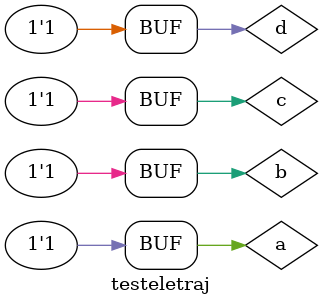
<source format=v>

module letraj (s,a,b,c,d);
output s;
input a,b,c,d;



and AND1 (s, a,b,c,d);



endmodule //fim letraj

module testeletraj;

wire s;
reg a,b,c,d;

letraj J (s,a,b,c,d);

 initial begin
	   $display("LUIZ MARQUES DE OLIVEIRA");
 		$display("PROVA - LETRA J");
      $display("\na  b   c   d  s2\n");
      $monitor("%b  %b   %b   %b  %b", a, b, c, d, s);
  
	     a=0; b=0; c=0; d=0;  
    #1  a=0; b=0; c=0; d=1;
    #1  a=0; b=0; c=1; d=0;
    #1  a=0; b=0; c=1; d=1;
    #1  a=0; b=1; c=0; d=0;
 	 #1  a=0; b=1; c=0; d=1;
    #1  a=0; b=1; c=1; d=0;
    #1  a=0; b=1; c=1; d=1;
    #1  a=1; b=0; c=0; d=0;
    #1  a=1; b=0; c=0; d=1;
    #1  a=1; b=0; c=1; d=0;
    #1  a=1; b=0; c=1; d=1;
    #1  a=1; b=1; c=0; d=0;
    #1  a=1; b=1; c=0; d=1;
    #1  a=1; b=1; c=1; d=0;
    #1  a=1; b=1; c=1; d=1;


        
    end
    endmodule


</source>
